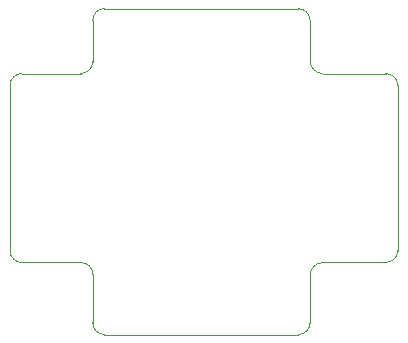
<source format=gbr>
%TF.GenerationSoftware,KiCad,Pcbnew,8.0.7*%
%TF.CreationDate,2025-04-20T00:51:03-04:00*%
%TF.ProjectId,1M_4F,314d5f34-462e-46b6-9963-61645f706362,rev?*%
%TF.SameCoordinates,Original*%
%TF.FileFunction,Profile,NP*%
%FSLAX46Y46*%
G04 Gerber Fmt 4.6, Leading zero omitted, Abs format (unit mm)*
G04 Created by KiCad (PCBNEW 8.0.7) date 2025-04-20 00:51:03*
%MOMM*%
%LPD*%
G01*
G04 APERTURE LIST*
%TA.AperFunction,Profile*%
%ADD10C,0.050000*%
%TD*%
G04 APERTURE END LIST*
D10*
X108400000Y-34000000D02*
G75*
G02*
X109400000Y-35000000I0J-1000000D01*
G01*
X85000000Y-55500000D02*
G75*
G02*
X84000000Y-54500000I0J1000000D01*
G01*
X91000000Y-35000000D02*
G75*
G02*
X92000000Y-34000000I1000000J0D01*
G01*
X92000000Y-61600000D02*
X108400000Y-61600000D01*
X109400000Y-60600000D02*
G75*
G02*
X108400000Y-61600000I-1000000J0D01*
G01*
X91000000Y-38500000D02*
G75*
G02*
X90000000Y-39500000I-1000000J0D01*
G01*
X91000000Y-60600000D02*
X91000000Y-56501071D01*
X116825000Y-54500000D02*
G75*
G02*
X115825000Y-55500000I-1000000J0D01*
G01*
X110500000Y-39500000D02*
G75*
G02*
X109400000Y-38400000I0J1100000D01*
G01*
X109409369Y-56601071D02*
G75*
G02*
X110509369Y-55501069I1100031J-29D01*
G01*
X85009369Y-55501071D02*
X90009369Y-55501071D01*
X84000000Y-54500000D02*
X84000000Y-40500000D01*
X116825000Y-40500000D02*
X116825000Y-54500000D01*
X109400000Y-35000000D02*
X109400000Y-38400000D01*
X84000000Y-40500000D02*
G75*
G02*
X85000000Y-39500000I1000000J0D01*
G01*
X115825000Y-39500000D02*
G75*
G02*
X116825000Y-40500000I0J-1000000D01*
G01*
X85000000Y-39500000D02*
X90000000Y-39500000D01*
X91000000Y-35000000D02*
X91000000Y-38500000D01*
X90009369Y-55501071D02*
G75*
G02*
X91009429Y-56501071I31J-1000029D01*
G01*
X92000000Y-34000000D02*
X108400000Y-34000000D01*
X110509369Y-55501071D02*
X115834369Y-55501071D01*
X109400000Y-60600000D02*
X109400000Y-56601071D01*
X92000000Y-61600000D02*
G75*
G02*
X91000000Y-60600000I0J1000000D01*
G01*
X110500000Y-39500000D02*
X115825000Y-39500000D01*
M02*

</source>
